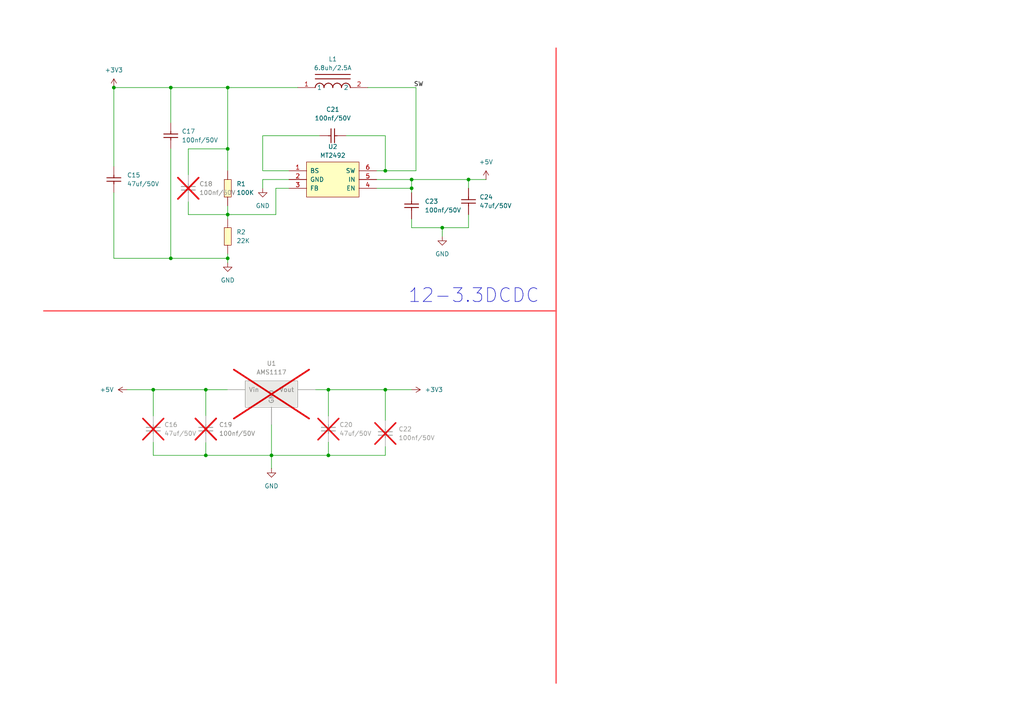
<source format=kicad_sch>
(kicad_sch (version 20231120) (generator "eeschema") (generator_version "8.0")
  (paper "A4")
  (lib_symbols
    (symbol "power:+3V3" (power) (pin_numbers hide) (pin_names (offset 0) hide)
      (property "Value" "+3V3" (at 0 3.556 0))
      (symbol "+3V3_0_1"
        (polyline (pts (xy -0.762 1.27) (xy 0 2.54)))
        (polyline (pts (xy 0 0) (xy 0 2.54)))
        (polyline (pts (xy 0 2.54) (xy 0.762 1.27)))
      )
      (symbol "+3V3_1_1"
        (pin power_in line (at 0 0 90) (length 0) (name "~") (number "1"))
      )
    )
    (symbol "power:+5V" (power) (pin_numbers hide) (pin_names (offset 0) hide)
      (property "Value" "+5V" (at 0 3.556 0))
      (symbol "+5V_0_1"
        (polyline (pts (xy -0.762 1.27) (xy 0 2.54)))
        (polyline (pts (xy 0 0) (xy 0 2.54)))
        (polyline (pts (xy 0 2.54) (xy 0.762 1.27)))
      )
      (symbol "+5V_1_1"
        (pin power_in line (at 0 0 90) (length 0) (name "~") (number "1"))
      )
    )
    (symbol "power:GND" (power) (pin_numbers hide) (pin_names (offset 0) hide)
      (property "Value" "GND" (at 0 -3.81 0))
      (symbol "GND_0_1"
        (polyline (pts (xy 0 0) (xy 0 -1.27) (xy 1.27 -1.27) (xy 0 -2.54) (xy -1.27 -1.27) (xy 0 -1.27)))
      )
      (symbol "GND_1_1"
        (pin power_in line (at 0 0 270) (length 0) (name "~") (number "1"))
      )
    )
    (symbol "self_inductor:0420-6.8uh/2.5A"
      (property "Reference" "L" (at -1.27 6.35 0))
      (property "Value" "inductor" (at 3.81 -2.54 0))
      (symbol "0420-6.8uh/2.5A_1_1"
        (arc (start -3.81 1.27) (mid -4.708 0.898) (end -5.08 0) (stroke (width 0.254)))
        (arc (start -2.54 -0.0254) (mid -2.9029 0.8892) (end -3.81 1.27) (stroke (width 0.254)))
        (arc (start -1.27 1.27) (mid -2.168 0.898) (end -2.54 0) (stroke (width 0.254)))
        (arc (start 0 -0.0254) (mid -0.3629 0.8892) (end -1.27 1.27) (stroke (width 0.254)))
        (polyline (pts (xy -5.08 2.54) (xy 5.08 2.54)) (stroke (width 0.254)))
        (polyline (pts (xy 5.08 3.81) (xy -5.08 3.81)) (stroke (width 0.254)))
        (arc (start 1.27 1.27) (mid 0.372 0.898) (end 0 0) (stroke (width 0.254)))
        (arc (start 2.54 -0.0254) (mid 2.1771 0.8892) (end 1.27 1.27) (stroke (width 0.254)))
        (arc (start 3.81 1.27) (mid 2.912 0.898) (end 2.54 0) (stroke (width 0.254)))
        (arc (start 5.08 -0.0254) (mid 4.7171 0.8892) (end 3.81 1.27) (stroke (width 0.254)))
        (pin passive line (at -10.16 0 0) (length 5.08) (name "1") (number "1"))
        (pin passive line (at 10.16 0 180) (length 5.08) (name "2") (number "2"))
      )
    )
    (symbol "self_no_source:0603C" (pin_numbers hide) (pin_names (offset 1.016) hide)
      (property "Reference" "C" (at -2.54 1.905 0))
      (property "Value" "0603C" (at 0.635 -3.175 0))
      (symbol "0603C_1_1"
        (polyline (pts (xy -1.27 0) (xy -0.508 0)) (stroke (width 0.254)))
        (polyline (pts (xy -0.508 -2.032) (xy -0.508 2.032)) (stroke (width 0.254)))
        (polyline (pts (xy 0.508 2.032) (xy 0.508 -2.032)) (stroke (width 0.254)))
        (polyline (pts (xy 1.27 0) (xy 0.508 0)) (stroke (width 0.254)))
        (pin passive line (at -3.81 0 0) (length 2.54) (name "1") (number "1"))
        (pin passive line (at 3.81 0 180) (length 2.54) (name "2") (number "2"))
      )
    )
    (symbol "self_no_source:0603R" (pin_numbers hide) (pin_names (offset 1.016) hide)
      (property "Reference" "R" (at -2.54 1.27 0))
      (property "Value" "0603R" (at -3.175 -3.175 0))
      (symbol "0603R_1_1"
        (rectangle (start -2.54 -1.016) (end 2.54 1.016) (fill (type background)))
        (pin passive line (at -5.08 0 0) (length 2.54) (name "1") (number "1"))
        (pin passive line (at 5.08 0 180) (length 2.54) (name "2") (number "2"))
      )
    )
    (symbol "self_no_source:1206C" (pin_numbers hide) (pin_names (offset 1.016) hide)
      (property "Reference" "C" (at -2.54 1.905 0))
      (property "Value" "1206C" (at 0.635 -3.175 0))
      (symbol "1206C_1_1"
        (polyline (pts (xy -1.27 0) (xy -0.508 0)) (stroke (width 0.254)))
        (polyline (pts (xy -0.508 -2.032) (xy -0.508 2.032)) (stroke (width 0.254)))
        (polyline (pts (xy 0.508 2.032) (xy 0.508 -2.032)) (stroke (width 0.254)))
        (polyline (pts (xy 1.27 0) (xy 0.508 0)) (stroke (width 0.254)))
        (pin passive line (at -3.81 0 0) (length 2.54) (name "1") (number "1"))
        (pin passive line (at 3.81 0 180) (length 2.54) (name "2") (number "2"))
      )
    )
    (symbol "self_power_device:AMS1117" (pin_numbers hide) (pin_names (offset 1.016))
      (property "Reference" "U" (at 0 8.89 0))
      (property "Value" "AMS1117" (at 10.16 -5.588 0))
      (symbol "AMS1117_1_1"
        (rectangle (start 0 0) (end 15.24 7.62) (fill (type background)))
        (pin passive line (at 7.62 -5.08 90) (length 5.08) (name "GND") (number "1"))
        (pin passive line (at 20.32 5.08 180) (length 5.08) (name "Vout") (number "2"))
        (pin passive line (at -5.08 5.08 0) (length 5.08) (name "Vin") (number "3"))
      )
    )
    (symbol "self_power_device:MT2492" (pin_names (offset 1.016))
      (property "Reference" "U" (at 0 11.43 0))
      (property "Value" "MT2492" (at 12.7 -1.27 0))
      (symbol "MT2492_1_1"
        (rectangle (start 0 10.16) (end 15.24 0) (stroke (width 0.1524)) (fill (type background)))
        (pin passive line (at -5.08 7.62 0) (length 5.08) (name "BS") (number "1"))
        (pin passive line (at -5.08 5.08 0) (length 5.08) (name "GND") (number "2"))
        (pin passive line (at -5.08 2.54 0) (length 5.08) (name "FB") (number "3"))
        (pin passive line (at 20.32 2.54 180) (length 5.08) (name "EN") (number "4"))
        (pin passive line (at 20.32 5.08 180) (length 5.08) (name "IN") (number "5"))
        (pin passive line (at 20.32 7.62 180) (length 5.08) (name "SW") (number "6"))
      )
    )
  )
  (junction (at 119.38 54.61))
  (junction (at 66.04 74.93))
  (junction (at 49.53 25.4))
  (junction (at 33.02 25.4))
  (junction (at 135.89 52.07))
  (junction (at 66.04 25.4))
  (junction (at 66.04 62.23))
  (junction (at 111.76 49.53))
  (junction (at 78.74 132.08))
  (junction (at 44.45 113.03))
  (junction (at 66.04 43.18))
  (junction (at 119.38 52.07))
  (junction (at 59.69 132.08))
  (junction (at 95.25 113.03))
  (junction (at 111.76 113.03))
  (junction (at 59.69 113.03))
  (junction (at 49.53 74.93))
  (junction (at 128.27 66.04))
  (junction (at 95.25 132.08))
  (wire (pts (xy 66.04 59.69) (xy 66.04 62.23)))
  (wire (pts (xy 91.44 113.03) (xy 95.25 113.03)))
  (wire (pts (xy 95.25 113.03) (xy 111.76 113.03)))
  (wire (pts (xy 111.76 113.03) (xy 119.38 113.03)))
  (wire (pts (xy 44.45 132.08) (xy 59.69 132.08)))
  (wire (pts (xy 109.22 52.07) (xy 119.38 52.07)))
  (wire (pts (xy 54.61 50.8) (xy 54.61 43.18)))
  (wire (pts (xy 76.2 52.07) (xy 83.82 52.07)))
  (wire (pts (xy 95.25 113.03) (xy 95.25 120.65)))
  (wire (pts (xy 54.61 58.42) (xy 54.61 62.23)))
  (wire (pts (xy 119.38 63.5) (xy 119.38 66.04)))
  (wire (pts (xy 78.74 132.08) (xy 95.25 132.08)))
  (wire (pts (xy 66.04 73.66) (xy 66.04 74.93)))
  (wire (pts (xy 59.69 113.03) (xy 66.04 113.03)))
  (wire (pts (xy 119.38 54.61) (xy 119.38 55.88)))
  (wire (pts (xy 76.2 49.53) (xy 83.82 49.53)))
  (wire (pts (xy 54.61 43.18) (xy 66.04 43.18)))
  (wire (pts (xy 76.2 54.61) (xy 76.2 52.07)))
  (wire (pts (xy 33.02 74.93) (xy 49.53 74.93)))
  (wire (pts (xy 33.02 55.88) (xy 33.02 74.93)))
  (wire (pts (xy 95.25 128.27) (xy 95.25 132.08)))
  (wire (pts (xy 111.76 39.37) (xy 111.76 49.53)))
  (polyline (pts (xy 161.29 13.97) (xy 161.29 90.17)) (stroke (width 0.4) (color 255 86 91 1)))
  (wire (pts (xy 100.33 39.37) (xy 111.76 39.37)))
  (wire (pts (xy 135.89 52.07) (xy 140.97 52.07)))
  (wire (pts (xy 33.02 48.26) (xy 33.02 25.4)))
  (wire (pts (xy 120.65 49.53) (xy 111.76 49.53)))
  (wire (pts (xy 111.76 113.03) (xy 111.76 121.92)))
  (wire (pts (xy 92.71 39.37) (xy 76.2 39.37)))
  (wire (pts (xy 49.53 25.4) (xy 49.53 35.56)))
  (wire (pts (xy 66.04 62.23) (xy 66.04 63.5)))
  (wire (pts (xy 33.02 25.4) (xy 49.53 25.4)))
  (polyline (pts (xy 161.29 90.17) (xy 161.29 198.12)) (stroke (width 0.4) (color 255 86 91 1)))
  (wire (pts (xy 76.2 39.37) (xy 76.2 49.53)))
  (wire (pts (xy 44.45 113.03) (xy 44.45 120.65)))
  (wire (pts (xy 109.22 54.61) (xy 119.38 54.61)))
  (wire (pts (xy 135.89 62.23) (xy 135.89 66.04)))
  (wire (pts (xy 95.25 132.08) (xy 111.76 132.08)))
  (wire (pts (xy 119.38 66.04) (xy 128.27 66.04)))
  (wire (pts (xy 80.01 62.23) (xy 66.04 62.23)))
  (wire (pts (xy 135.89 52.07) (xy 135.89 54.61)))
  (wire (pts (xy 54.61 62.23) (xy 66.04 62.23)))
  (wire (pts (xy 119.38 54.61) (xy 119.38 52.07)))
  (wire (pts (xy 120.65 25.4) (xy 120.65 49.53)))
  (wire (pts (xy 80.01 54.61) (xy 83.82 54.61)))
  (wire (pts (xy 119.38 52.07) (xy 135.89 52.07)))
  (wire (pts (xy 44.45 113.03) (xy 59.69 113.03)))
  (wire (pts (xy 49.53 25.4) (xy 66.04 25.4)))
  (wire (pts (xy 106.68 25.4) (xy 120.65 25.4)))
  (wire (pts (xy 80.01 54.61) (xy 80.01 62.23)))
  (wire (pts (xy 111.76 49.53) (xy 109.22 49.53)))
  (wire (pts (xy 78.74 123.19) (xy 78.74 132.08)))
  (wire (pts (xy 44.45 128.27) (xy 44.45 132.08)))
  (wire (pts (xy 128.27 66.04) (xy 135.89 66.04)))
  (wire (pts (xy 59.69 132.08) (xy 78.74 132.08)))
  (wire (pts (xy 111.76 129.54) (xy 111.76 132.08)))
  (wire (pts (xy 66.04 25.4) (xy 86.36 25.4)))
  (wire (pts (xy 49.53 74.93) (xy 66.04 74.93)))
  (wire (pts (xy 36.83 113.03) (xy 44.45 113.03)))
  (polyline (pts (xy 12.7 90.17) (xy 161.29 90.17)) (stroke (width 0.4) (color 255 86 91 1)))
  (wire (pts (xy 66.04 43.18) (xy 66.04 49.53)))
  (wire (pts (xy 78.74 132.08) (xy 78.74 135.89)))
  (wire (pts (xy 66.04 25.4) (xy 66.04 43.18)))
  (wire (pts (xy 128.27 66.04) (xy 128.27 68.58)))
  (wire (pts (xy 59.69 113.03) (xy 59.69 120.65)))
  (wire (pts (xy 66.04 74.93) (xy 66.04 76.2)))
  (wire (pts (xy 59.69 128.27) (xy 59.69 132.08)))
  (wire (pts (xy 49.53 43.18) (xy 49.53 74.93)))
  (text "12-3.3DCDC" (at 137.414 85.852 0) (effects (font (size 4 4))))
  (label "SW" (at 120.015 25.4 0))
  (symbol (lib_id "self_no_source:1206C") (at 135.89 58.42 270) (unit 1)
    (property "Reference" "C24" (at 139.065 57.15 90) (effects (justify left)))
    (property "Value" "47uf/50V" (at 139.065 59.69 90) (effects (justify left)))
    (property "Footprint" "self-mod:1206_C" (effects (hide yes)))
    (property "Datasheet" "http://www.szlcsc.com/product/details_16531.html" (effects (hide yes)))
    (property "Description" "CAP" (effects (hide yes)))
    (instances (project "ternel_box" (path "" (reference "C24") (unit 1))) (project "DCDC-BUCK-MK1" (path "" (reference "C?") (unit 1))) (project "bulsh-handel-part" (path "" (reference "C?") (unit 1))))
  )
  (symbol (lib_id "power:+5V") (at 140.97 52.07 0) (unit 1)
    (property "Reference" "#PWR032" (effects (hide yes)))
    (property "Value" "+5V" (at 140.97 46.99 0))
    (property "Description" "Power symbol creates a global label with name \"+5V\"" (effects (hide yes)))
  )
  (symbol (lib_id "self_no_source:0603C") (at 54.61 54.61 270) (unit 1) (exclude_from_sim yes) (in_bom no) (dnp yes)
    (property "Reference" "C18" (at 57.785 53.3399 90) (effects (justify left)))
    (property "Value" "100nf/50V" (at 57.785 55.8799 90) (effects (justify left)))
    (property "Footprint" "self-mod:0603_C" (effects (hide yes)))
    (property "Datasheet" "http://www.szlcsc.com/product/details_16531.html" (effects (hide yes)))
    (property "Description" "CAP" (effects (hide yes)))
    (instances (project "ternel_box" (path "" (reference "C18") (unit 1))) (project "DCDC-BUCK-MK1" (path "" (reference "C?") (unit 1))) (project "bulsh-handel-part" (path "" (reference "C?") (unit 1))))
  )
  (symbol (lib_id "power:+3V3") (at 119.38 113.03 270) (unit 1)
    (property "Reference" "#PWR030" (effects (hide yes)))
    (property "Value" "+3V3" (at 123.19 113.0299 90) (effects (justify left)))
    (property "Description" "Power symbol creates a global label with name \"+3V3\"" (effects (hide yes)))
  )
  (symbol (lib_id "self_no_source:0603C") (at 59.69 124.46 270) (unit 1) (exclude_from_sim yes) (in_bom no) (dnp yes)
    (property "Reference" "C19" (at 63.5 123.1899 90) (effects (justify left)))
    (property "Value" "100nf/50V" (at 63.5 125.7299 90) (effects (justify left)))
    (property "Footprint" "self-mod:0603_C" (effects (hide yes)))
    (property "Datasheet" "http://www.szlcsc.com/product/details_16531.html" (effects (hide yes)))
    (property "Description" "CAP" (effects (hide yes)))
  )
  (symbol (lib_id "self_no_source:0603R") (at 66.04 68.58 90) (unit 1)
    (property "Reference" "R2" (at 68.58 67.3099 90) (effects (justify right)))
    (property "Value" "22K" (at 68.58 69.8499 90) (effects (justify right)))
    (property "Footprint" "self-mod:0603_R" (effects (hide yes)))
    (property "Datasheet" "http://www.szlcsc.com/product/details_21903.html" (effects (hide yes)))
    (property "Description" "RES" (effects (hide yes)))
    (instances (project "ternel_box" (path "" (reference "R2") (unit 1))) (project "DCDC-BUCK-MK1" (path "" (reference "R?") (unit 1))) (project "bulsh-handel-part" (path "" (reference "R?") (unit 1))))
  )
  (symbol (lib_id "power:+3V3") (at 33.02 25.4 0) (unit 1)
    (property "Reference" "#PWR025" (effects (hide yes)))
    (property "Value" "+3V3" (at 33.02 20.32 0))
    (property "Description" "Power symbol creates a global label with name \"+3V3\"" (effects (hide yes)))
    (instances (project "ternel_box" (path "" (reference "#PWR025") (unit 1))) (project "bulsh-handel-part" (path "" (reference "#PWR?") (unit 1))))
  )
  (symbol (lib_id "self_no_source:0603C") (at 111.76 125.73 270) (unit 1) (exclude_from_sim yes) (in_bom no) (dnp yes)
    (property "Reference" "C22" (at 115.57 124.4599 90) (effects (justify left)))
    (property "Value" "100nf/50V" (at 115.57 126.9999 90) (effects (justify left)))
    (property "Footprint" "self-mod:0603_C" (effects (hide yes)))
    (property "Datasheet" "http://www.szlcsc.com/product/details_16531.html" (effects (hide yes)))
    (property "Description" "CAP" (effects (hide yes)))
  )
  (symbol (lib_id "self_power_device:AMS1117") (at 71.12 118.11 0) (unit 1) (exclude_from_sim yes) (in_bom no) (dnp yes)
    (property "Reference" "U1" (at 78.74 105.41 0))
    (property "Value" "AMS1117" (at 78.74 107.95 0))
    (property "Footprint" "self-mod:SOT-223" (effects (hide yes)))
    (property "Datasheet" "http://www.szlcsc.com/product/details_6652.html" (effects (hide yes)))
    (property "Description" "LDO 1A" (effects (hide yes)))
  )
  (symbol (lib_id "self_power_device:MT2492") (at 88.9 57.15 0) (unit 1)
    (property "Reference" "U2" (at 96.52 42.545 0))
    (property "Value" "MT2492" (at 96.52 45.085 0))
    (property "Footprint" "self-mod:SOT-23-6_L2.9-W1.6-P0.95-LS2.8-BR" (effects (hide yes)))
    (property "Datasheet" "http://www.szlcsc.com/product/details_90538.html" (effects (hide yes)))
    (property "Description" "DCDC converter 4.3-16V 2A" (effects (hide yes)))
    (instances (project "ternel_box" (path "" (reference "U2") (unit 1))) (project "DCDC-BUCK-MK1" (path "" (reference "U?") (unit 1))) (project "bulsh-handel-part" (path "" (reference "U?") (unit 1))))
  )
  (symbol (lib_id "power:GND") (at 128.27 68.58 0) (unit 1)
    (property "Reference" "#PWR031" (effects (hide yes)))
    (property "Value" "GND" (at 128.27 73.66 0))
    (property "Description" "Power symbol creates a global label with name \"GND\" , ground" (effects (hide yes)))
    (instances (project "ternel_box" (path "" (reference "#PWR031") (unit 1))) (project "DCDC-BUCK-MK1" (path "" (reference "#PWR?") (unit 1))) (project "bulsh-handel-part" (path "" (reference "#PWR?") (unit 1))))
  )
  (symbol (lib_id "self_no_source:0603C") (at 119.38 59.69 270) (unit 1)
    (property "Reference" "C23" (at 123.19 58.4199 90) (effects (justify left)))
    (property "Value" "100nf/50V" (at 123.19 60.9599 90) (effects (justify left)))
    (property "Footprint" "self-mod:0603_C" (effects (hide yes)))
    (property "Datasheet" "http://www.szlcsc.com/product/details_16531.html" (effects (hide yes)))
    (property "Description" "CAP" (effects (hide yes)))
    (instances (project "ternel_box" (path "" (reference "C23") (unit 1))) (project "DCDC-BUCK-MK1" (path "" (reference "C?") (unit 1))) (project "bulsh-handel-part" (path "" (reference "C?") (unit 1))))
  )
  (symbol (lib_id "power:+5V") (at 36.83 113.03 90) (unit 1)
    (property "Reference" "#PWR026" (effects (hide yes)))
    (property "Value" "+5V" (at 33.02 113.0299 90) (effects (justify left)))
    (property "Description" "Power symbol creates a global label with name \"+5V\"" (effects (hide yes)))
  )
  (symbol (lib_id "power:GND") (at 66.04 76.2 0) (unit 1)
    (property "Reference" "#PWR027" (effects (hide yes)))
    (property "Value" "GND" (at 66.04 81.28 0))
    (property "Description" "Power symbol creates a global label with name \"GND\" , ground" (effects (hide yes)))
    (instances (project "ternel_box" (path "" (reference "#PWR027") (unit 1))) (project "DCDC-BUCK-MK1" (path "" (reference "#PWR?") (unit 1))) (project "bulsh-handel-part" (path "" (reference "#PWR?") (unit 1))))
  )
  (symbol (lib_id "self_no_source:0603R") (at 66.04 54.61 90) (unit 1)
    (property "Reference" "R1" (at 68.58 53.3399 90) (effects (justify right)))
    (property "Value" "100K" (at 68.58 55.8799 90) (effects (justify right)))
    (property "Footprint" "self-mod:0603_R" (effects (hide yes)))
    (property "Datasheet" "http://www.szlcsc.com/product/details_21903.html" (effects (hide yes)))
    (property "Description" "RES" (effects (hide yes)))
    (instances (project "ternel_box" (path "" (reference "R1") (unit 1))) (project "DCDC-BUCK-MK1" (path "" (reference "R?") (unit 1))) (project "bulsh-handel-part" (path "" (reference "R?") (unit 1))))
  )
  (symbol (lib_id "self_inductor:0420-6.8uh/2.5A") (at 96.52 25.4 0) (unit 1)
    (property "Reference" "L1" (at 96.5201 17.145 0))
    (property "Value" "6.8uh/2.5A" (at 96.5201 19.685 0))
    (property "Footprint" "self-mod:IND-SMD_L4.4-W4.2" (effects (hide yes)))
    (property "Description" "0420-6.8uh/2.5A" (effects (hide yes)))
    (instances (project "ternel_box" (path "" (reference "L1") (unit 1))) (project "DCDC-BUCK-MK1" (path "" (reference "L?") (unit 1))) (project "bulsh-handel-part" (path "" (reference "L?") (unit 1))))
  )
  (symbol (lib_id "self_no_source:1206C") (at 44.45 124.46 270) (unit 1) (exclude_from_sim yes) (in_bom no) (dnp yes)
    (property "Reference" "C16" (at 47.625 123.19 90) (effects (justify left)))
    (property "Value" "47uf/50V" (at 47.625 125.73 90) (effects (justify left)))
    (property "Footprint" "self-mod:1206_C" (effects (hide yes)))
    (property "Datasheet" "http://www.szlcsc.com/product/details_16531.html" (effects (hide yes)))
    (property "Description" "CAP" (effects (hide yes)))
  )
  (symbol (lib_id "self_no_source:0603C") (at 96.52 39.37 0) (unit 1)
    (property "Reference" "C21" (at 96.52 31.75 0))
    (property "Value" "100nf/50V" (at 96.52 34.29 0))
    (property "Footprint" "self-mod:0603_C" (effects (hide yes)))
    (property "Datasheet" "http://www.szlcsc.com/product/details_16531.html" (effects (hide yes)))
    (property "Description" "CAP" (effects (hide yes)))
    (instances (project "ternel_box" (path "" (reference "C21") (unit 1))) (project "DCDC-BUCK-MK1" (path "" (reference "C?") (unit 1))) (project "bulsh-handel-part" (path "" (reference "C?") (unit 1))))
  )
  (symbol (lib_id "power:GND") (at 76.2 54.61 0) (unit 1)
    (property "Reference" "#PWR028" (effects (hide yes)))
    (property "Value" "GND" (at 76.2 59.69 0))
    (property "Description" "Power symbol creates a global label with name \"GND\" , ground" (effects (hide yes)))
    (instances (project "ternel_box" (path "" (reference "#PWR028") (unit 1))) (project "DCDC-BUCK-MK1" (path "" (reference "#PWR?") (unit 1))) (project "bulsh-handel-part" (path "" (reference "#PWR?") (unit 1))))
  )
  (symbol (lib_id "power:GND") (at 78.74 135.89 0) (unit 1)
    (property "Reference" "#PWR029" (effects (hide yes)))
    (property "Value" "GND" (at 78.74 140.97 0))
    (property "Description" "Power symbol creates a global label with name \"GND\" , ground" (effects (hide yes)))
  )
  (symbol (lib_id "self_no_source:0603C") (at 49.53 39.37 270) (unit 1)
    (property "Reference" "C17" (at 52.705 38.0999 90) (effects (justify left)))
    (property "Value" "100nf/50V" (at 52.705 40.6399 90) (effects (justify left)))
    (property "Footprint" "self-mod:0603_C" (effects (hide yes)))
    (property "Datasheet" "http://www.szlcsc.com/product/details_16531.html" (effects (hide yes)))
    (property "Description" "CAP" (effects (hide yes)))
    (instances (project "ternel_box" (path "" (reference "C17") (unit 1))) (project "DCDC-BUCK-MK1" (path "" (reference "C?") (unit 1))) (project "bulsh-handel-part" (path "" (reference "C?") (unit 1))))
  )
  (symbol (lib_id "self_no_source:1206C") (at 95.25 124.46 270) (unit 1) (exclude_from_sim yes) (in_bom no) (dnp yes)
    (property "Reference" "C20" (at 98.425 123.19 90) (effects (justify left)))
    (property "Value" "47uf/50V" (at 98.425 125.73 90) (effects (justify left)))
    (property "Footprint" "self-mod:1206_C" (effects (hide yes)))
    (property "Datasheet" "http://www.szlcsc.com/product/details_16531.html" (effects (hide yes)))
    (property "Description" "CAP" (effects (hide yes)))
  )
  (symbol (lib_id "self_no_source:1206C") (at 33.02 52.07 270) (unit 1)
    (property "Reference" "C15" (at 36.83 50.7999 90) (effects (justify left)))
    (property "Value" "47uf/50V" (at 36.83 53.3399 90) (effects (justify left)))
    (property "Footprint" "self-mod:1206_C" (effects (hide yes)))
    (property "Datasheet" "http://www.szlcsc.com/product/details_16531.html" (effects (hide yes)))
    (property "Description" "CAP" (effects (hide yes)))
    (instances (project "ternel_box" (path "" (reference "C15") (unit 1))) (project "DCDC-BUCK-MK1" (path "" (reference "C?") (unit 1))) (project "bulsh-handel-part" (path "" (reference "C?") (unit 1))))
  )
)
</source>
